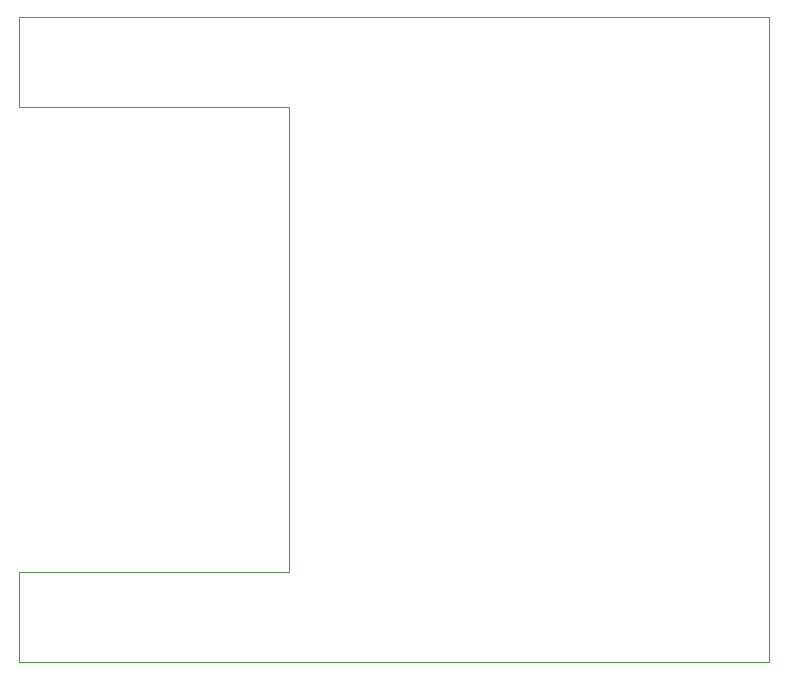
<source format=gbr>
%TF.GenerationSoftware,KiCad,Pcbnew,(5.1.9)-1*%
%TF.CreationDate,2021-11-09T16:08:34-06:00*%
%TF.ProjectId,SwitchBoard,53776974-6368-4426-9f61-72642e6b6963,rev?*%
%TF.SameCoordinates,Original*%
%TF.FileFunction,Profile,NP*%
%FSLAX46Y46*%
G04 Gerber Fmt 4.6, Leading zero omitted, Abs format (unit mm)*
G04 Created by KiCad (PCBNEW (5.1.9)-1) date 2021-11-09 16:08:34*
%MOMM*%
%LPD*%
G01*
G04 APERTURE LIST*
%TA.AperFunction,Profile*%
%ADD10C,0.050000*%
%TD*%
G04 APERTURE END LIST*
D10*
X0Y54610000D02*
X63500000Y54610000D01*
X63500000Y0D02*
X63500000Y54610000D01*
X0Y0D02*
X63500000Y0D01*
X0Y0D02*
X0Y7620000D01*
X0Y7620000D02*
X22860000Y7620000D01*
X22860000Y7620000D02*
X22860000Y46990000D01*
X0Y46990000D02*
X22860000Y46990000D01*
X0Y46990000D02*
X0Y54610000D01*
M02*

</source>
